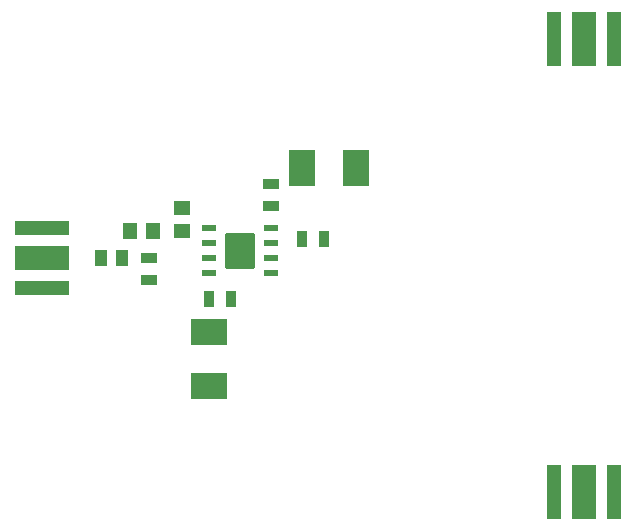
<source format=gbr>
%TF.GenerationSoftware,Altium Limited,Altium Designer,25.0.2 (28)*%
G04 Layer_Color=8421504*
%FSLAX45Y45*%
%MOMM*%
%TF.SameCoordinates,B98E361C-49A8-4C36-954A-03D76396FE22*%
%TF.FilePolarity,Positive*%
%TF.FileFunction,Paste,Top*%
%TF.Part,Single*%
G01*
G75*
%TA.AperFunction,SMDPad,CuDef*%
G04:AMPARAMS|DCode=11|XSize=0.55mm|YSize=1.25mm|CornerRadius=0.0495mm|HoleSize=0mm|Usage=FLASHONLY|Rotation=90.000|XOffset=0mm|YOffset=0mm|HoleType=Round|Shape=RoundedRectangle|*
%AMROUNDEDRECTD11*
21,1,0.55000,1.15100,0,0,90.0*
21,1,0.45100,1.25000,0,0,90.0*
1,1,0.09900,0.57550,0.22550*
1,1,0.09900,0.57550,-0.22550*
1,1,0.09900,-0.57550,-0.22550*
1,1,0.09900,-0.57550,0.22550*
%
%ADD11ROUNDEDRECTD11*%
%ADD12R,3.04800X2.28600*%
%ADD13R,1.20000X1.45000*%
%ADD14R,0.95000X1.40000*%
%ADD15R,1.40000X0.95000*%
%TA.AperFunction,ConnectorPad*%
%ADD16R,4.57200X1.27000*%
%ADD17R,4.57200X2.03200*%
%ADD18R,1.27000X4.57200*%
%ADD19R,2.03200X4.57200*%
%TA.AperFunction,SMDPad,CuDef*%
%ADD20R,2.28600X3.04800*%
%ADD21R,1.45000X1.20000*%
%ADD22R,1.00000X1.35000*%
%TA.AperFunction,OtherPad,Pad U_amp-9 (44.577mm,48.26mm)*%
G04:AMPARAMS|DCode=46|XSize=2.49mm|YSize=3mm|CornerRadius=0.0498mm|HoleSize=0mm|Usage=FLASHONLY|Rotation=0.000|XOffset=0mm|YOffset=0mm|HoleType=Round|Shape=RoundedRectangle|*
%AMROUNDEDRECTD46*
21,1,2.49000,2.90040,0,0,0.0*
21,1,2.39040,3.00000,0,0,0.0*
1,1,0.09960,1.19520,-1.45020*
1,1,0.09960,-1.19520,-1.45020*
1,1,0.09960,-1.19520,1.45020*
1,1,0.09960,1.19520,1.45020*
%
%ADD46ROUNDEDRECTD46*%
D11*
X4195200Y5016500D02*
D03*
Y4889500D02*
D03*
Y4762500D02*
D03*
Y4635500D02*
D03*
X4720200Y5016500D02*
D03*
Y4889500D02*
D03*
Y4762500D02*
D03*
Y4635500D02*
D03*
D12*
X4195201Y3683000D02*
D03*
Y4140200D02*
D03*
D13*
X3521100Y4991100D02*
D03*
X3721100D02*
D03*
D14*
X4380200Y4419600D02*
D03*
X4195200D02*
D03*
X4978399Y4927600D02*
D03*
X5163399D02*
D03*
D15*
X3683000Y4762500D02*
D03*
Y4577501D02*
D03*
X4720199Y5203400D02*
D03*
Y5388400D02*
D03*
D16*
X2781300Y4508500D02*
D03*
Y5016500D02*
D03*
D17*
Y4762500D02*
D03*
D18*
X7112000Y6616700D02*
D03*
X7620000D02*
D03*
Y2781300D02*
D03*
X7112000D02*
D03*
D19*
X7366000Y6616700D02*
D03*
Y2781300D02*
D03*
D20*
X4978400Y5524500D02*
D03*
X5435600D02*
D03*
D21*
X3962400Y5191100D02*
D03*
Y4991100D02*
D03*
D22*
X3275500Y4762500D02*
D03*
X3455500D02*
D03*
D46*
X4457700Y4826000D02*
D03*
%TF.MD5,268130539936c0c7e252235a1ca20ca2*%
M02*

</source>
